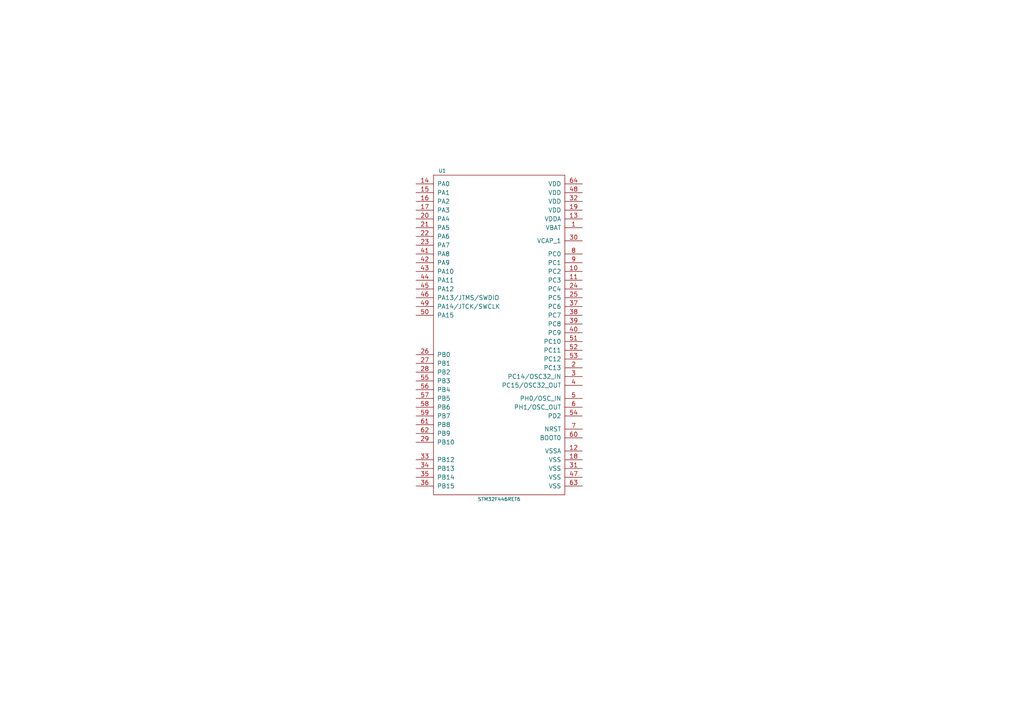
<source format=kicad_sch>
(kicad_sch (version 20231120) (generator "eeschema") (generator_version "8.0")
  (paper "A4")
  (title_block (title "Open-PLC-Project") (date "2024-12-01") (company "-") (comment 1 "See the file \"LICENSE\" in the main directory of this archive for more details.") (comment 2 "This file is subject to the terms and conditions of the MIT License.") (comment 3 "Copyright (c) 2024 Yoon-Ki Hong"))
  (lib_symbols
    (symbol "MCU:STM32F446RET6" (pin_names (offset 1.016))
      (property "Reference" "U" (at -16.51 95.25 0))
      (property "Value" "STM32F446RET6" (at 0 0 0))
      (symbol "STM32F446RET6_0_1"
        (rectangle (start -19.05 93.98) (end 19.05 1.27))
      )
      (symbol "STM32F446RET6_1_1"
        (pin power_in line (at 24.13 78.74 180) (length 5.08) (name "VBAT") (number "1"))
        (pin bidirectional line (at 24.13 66.04 180) (length 5.08) (name "PC2") (number "10"))
        (pin bidirectional line (at 24.13 63.5 180) (length 5.08) (name "PC3") (number "11"))
        (pin power_in line (at 24.13 13.97 180) (length 5.08) (name "VSSA") (number "12"))
        (pin power_in line (at 24.13 81.28 180) (length 5.08) (name "VDDA") (number "13"))
        (pin bidirectional line (at -24.13 91.44 0) (length 5.08) (name "PA0") (number "14"))
        (pin bidirectional line (at -24.13 88.9 0) (length 5.08) (name "PA1") (number "15"))
        (pin bidirectional line (at -24.13 86.36 0) (length 5.08) (name "PA2") (number "16"))
        (pin bidirectional line (at -24.13 83.82 0) (length 5.08) (name "PA3") (number "17"))
        (pin power_in line (at 24.13 11.43 180) (length 5.08) (name "VSS") (number "18"))
        (pin power_in line (at 24.13 83.82 180) (length 5.08) (name "VDD") (number "19"))
        (pin bidirectional line (at 24.13 38.1 180) (length 5.08) (name "PC13") (number "2"))
        (pin bidirectional line (at -24.13 81.28 0) (length 5.08) (name "PA4") (number "20"))
        (pin bidirectional line (at -24.13 78.74 0) (length 5.08) (name "PA5") (number "21"))
        (pin bidirectional line (at -24.13 76.2 0) (length 5.08) (name "PA6") (number "22"))
        (pin bidirectional line (at -24.13 73.66 0) (length 5.08) (name "PA7") (number "23"))
        (pin bidirectional line (at 24.13 60.96 180) (length 5.08) (name "PC4") (number "24"))
        (pin bidirectional line (at 24.13 58.42 180) (length 5.08) (name "PC5") (number "25"))
        (pin bidirectional line (at -24.13 41.91 0) (length 5.08) (name "PB0") (number "26"))
        (pin bidirectional line (at -24.13 39.37 0) (length 5.08) (name "PB1") (number "27"))
        (pin bidirectional line (at -24.13 36.83 0) (length 5.08) (name "PB2") (number "28"))
        (pin bidirectional line (at -24.13 16.51 0) (length 5.08) (name "PB10") (number "29"))
        (pin bidirectional line (at 24.13 35.56 180) (length 5.08) (name "PC14/OSC32_IN") (number "3"))
        (pin passive line (at 24.13 74.93 180) (length 5.08) (name "VCAP_1") (number "30"))
        (pin power_in line (at 24.13 8.89 180) (length 5.08) (name "VSS") (number "31"))
        (pin power_in line (at 24.13 86.36 180) (length 5.08) (name "VDD") (number "32"))
        (pin bidirectional line (at -24.13 11.43 0) (length 5.08) (name "PB12") (number "33"))
        (pin bidirectional line (at -24.13 8.89 0) (length 5.08) (name "PB13") (number "34"))
        (pin bidirectional line (at -24.13 6.35 0) (length 5.08) (name "PB14") (number "35"))
        (pin bidirectional line (at -24.13 3.81 0) (length 5.08) (name "PB15") (number "36"))
        (pin bidirectional line (at 24.13 55.88 180) (length 5.08) (name "PC6") (number "37"))
        (pin bidirectional line (at 24.13 53.34 180) (length 5.08) (name "PC7") (number "38"))
        (pin bidirectional line (at 24.13 50.8 180) (length 5.08) (name "PC8") (number "39"))
        (pin bidirectional line (at 24.13 33.02 180) (length 5.08) (name "PC15/OSC32_OUT") (number "4"))
        (pin bidirectional line (at 24.13 48.26 180) (length 5.08) (name "PC9") (number "40"))
        (pin bidirectional line (at -24.13 71.12 0) (length 5.08) (name "PA8") (number "41"))
        (pin bidirectional line (at -24.13 68.58 0) (length 5.08) (name "PA9") (number "42"))
        (pin bidirectional line (at -24.13 66.04 0) (length 5.08) (name "PA10") (number "43"))
        (pin bidirectional line (at -24.13 63.5 0) (length 5.08) (name "PA11") (number "44"))
        (pin bidirectional line (at -24.13 60.96 0) (length 5.08) (name "PA12") (number "45"))
        (pin bidirectional line (at -24.13 58.42 0) (length 5.08) (name "PA13/JTMS/SWDIO") (number "46"))
        (pin power_in line (at 24.13 6.35 180) (length 5.08) (name "VSS") (number "47"))
        (pin power_in line (at 24.13 88.9 180) (length 5.08) (name "VDD") (number "48"))
        (pin bidirectional line (at -24.13 55.88 0) (length 5.08) (name "PA14/JTCK/SWCLK") (number "49"))
        (pin bidirectional line (at 24.13 29.21 180) (length 5.08) (name "PH0/OSC_IN") (number "5"))
        (pin bidirectional line (at -24.13 53.34 0) (length 5.08) (name "PA15") (number "50"))
        (pin bidirectional line (at 24.13 45.72 180) (length 5.08) (name "PC10") (number "51"))
        (pin bidirectional line (at 24.13 43.18 180) (length 5.08) (name "PC11") (number "52"))
        (pin bidirectional line (at 24.13 40.64 180) (length 5.08) (name "PC12") (number "53"))
        (pin bidirectional line (at 24.13 24.13 180) (length 5.08) (name "PD2") (number "54"))
        (pin bidirectional line (at -24.13 34.29 0) (length 5.08) (name "PB3") (number "55"))
        (pin bidirectional line (at -24.13 31.75 0) (length 5.08) (name "PB4") (number "56"))
        (pin bidirectional line (at -24.13 29.21 0) (length 5.08) (name "PB5") (number "57"))
        (pin bidirectional line (at -24.13 26.67 0) (length 5.08) (name "PB6") (number "58"))
        (pin bidirectional line (at -24.13 24.13 0) (length 5.08) (name "PB7") (number "59"))
        (pin bidirectional line (at 24.13 26.67 180) (length 5.08) (name "PH1/OSC_OUT") (number "6"))
        (pin input line (at 24.13 17.78 180) (length 5.08) (name "BOOT0") (number "60"))
        (pin bidirectional line (at -24.13 21.59 0) (length 5.08) (name "PB8") (number "61"))
        (pin bidirectional line (at -24.13 19.05 0) (length 5.08) (name "PB9") (number "62"))
        (pin power_in line (at 24.13 3.81 180) (length 5.08) (name "VSS") (number "63"))
        (pin power_in line (at 24.13 91.44 180) (length 5.08) (name "VDD") (number "64"))
        (pin input line (at 24.13 20.32 180) (length 5.08) (name "NRST") (number "7"))
        (pin bidirectional line (at 24.13 71.12 180) (length 5.08) (name "PC0") (number "8"))
        (pin bidirectional line (at 24.13 68.58 180) (length 5.08) (name "PC1") (number "9"))
      )
    )
  )
  (symbol (lib_id "MCU:STM32F446RET6") (at 144.78 144.78 0) (unit 1)
    (property "Reference" "U1" (at 128.27 49.53 0) (effects (font (size 1.016 1.016))))
    (property "Value" "STM32F446RET6" (at 144.78 144.78 0) (effects (font (size 1.016 1.016))))
    (property "Footprint" "LQFP:LQFP64" (effects (hide yes)))
    (property "Description" "ARM Cortex-M4 512kB Flash 128kB RAM 180MHz" (effects (hide yes)))
    (property "Manufacturer" "ST" (effects (hide yes)))
  )
)
</source>
